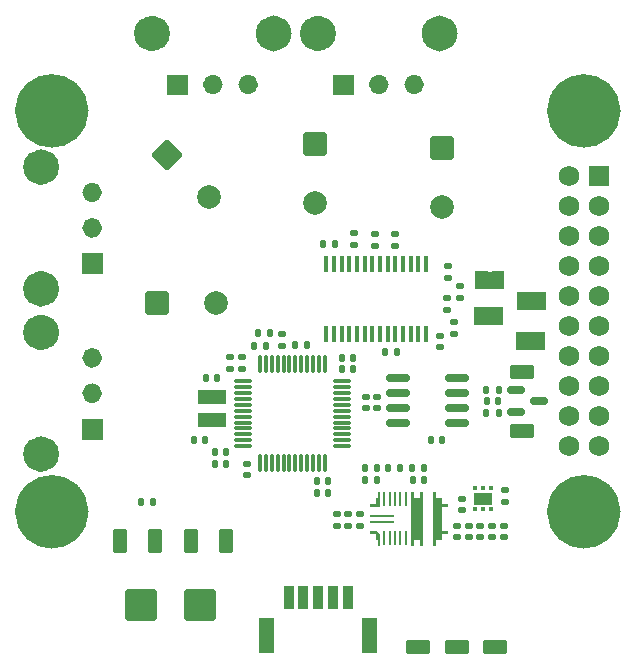
<source format=gbr>
%TF.GenerationSoftware,KiCad,Pcbnew,9.0.6*%
%TF.CreationDate,2026-03-01T21:50:26+00:00*%
%TF.ProjectId,KicadProject,4b696361-6450-4726-9f6a-6563742e6b69,rev?*%
%TF.SameCoordinates,Original*%
%TF.FileFunction,Soldermask,Top*%
%TF.FilePolarity,Negative*%
%FSLAX46Y46*%
G04 Gerber Fmt 4.6, Leading zero omitted, Abs format (unit mm)*
G04 Created by KiCad (PCBNEW 9.0.6) date 2026-03-01 21:50:26*
%MOMM*%
%LPD*%
G01*
G04 APERTURE LIST*
G04 Aperture macros list*
%AMRoundRect*
0 Rectangle with rounded corners*
0 $1 Rounding radius*
0 $2 $3 $4 $5 $6 $7 $8 $9 X,Y pos of 4 corners*
0 Add a 4 corners polygon primitive as box body*
4,1,4,$2,$3,$4,$5,$6,$7,$8,$9,$2,$3,0*
0 Add four circle primitives for the rounded corners*
1,1,$1+$1,$2,$3*
1,1,$1+$1,$4,$5*
1,1,$1+$1,$6,$7*
1,1,$1+$1,$8,$9*
0 Add four rect primitives between the rounded corners*
20,1,$1+$1,$2,$3,$4,$5,0*
20,1,$1+$1,$4,$5,$6,$7,0*
20,1,$1+$1,$6,$7,$8,$9,0*
20,1,$1+$1,$8,$9,$2,$3,0*%
%AMFreePoly0*
4,1,6,1.000000,0.000000,0.500000,-0.750000,-0.500000,-0.750000,-0.500000,0.750000,0.500000,0.750000,1.000000,0.000000,1.000000,0.000000,$1*%
%AMFreePoly1*
4,1,6,0.500000,-0.750000,-0.650000,-0.750000,-0.150000,0.000000,-0.650000,0.750000,0.500000,0.750000,0.500000,-0.750000,0.500000,-0.750000,$1*%
G04 Aperture macros list end*
%ADD10C,3.100000*%
%ADD11C,1.531200*%
%ADD12C,0.836200*%
%ADD13C,0.010000*%
%ADD14C,0.000000*%
%ADD15RoundRect,0.140000X0.140000X0.170000X-0.140000X0.170000X-0.140000X-0.170000X0.140000X-0.170000X0*%
%ADD16RoundRect,0.135000X0.135000X0.185000X-0.135000X0.185000X-0.135000X-0.185000X0.135000X-0.185000X0*%
%ADD17RoundRect,0.102000X-0.900000X-0.500000X0.900000X-0.500000X0.900000X0.500000X-0.900000X0.500000X0*%
%ADD18RoundRect,0.140000X-0.170000X0.140000X-0.170000X-0.140000X0.170000X-0.140000X0.170000X0.140000X0*%
%ADD19RoundRect,0.102000X-0.500000X0.900000X-0.500000X-0.900000X0.500000X-0.900000X0.500000X0.900000X0*%
%ADD20RoundRect,0.093750X-0.106250X0.093750X-0.106250X-0.093750X0.106250X-0.093750X0.106250X0.093750X0*%
%ADD21R,1.600000X1.000000*%
%ADD22RoundRect,0.135000X-0.135000X-0.185000X0.135000X-0.185000X0.135000X0.185000X-0.135000X0.185000X0*%
%ADD23RoundRect,0.140000X-0.140000X-0.170000X0.140000X-0.170000X0.140000X0.170000X-0.140000X0.170000X0*%
%ADD24RoundRect,0.250000X-0.750000X0.750000X-0.750000X-0.750000X0.750000X-0.750000X0.750000X0.750000X0*%
%ADD25C,2.000000*%
%ADD26R,0.355600X1.409700*%
%ADD27RoundRect,0.140000X0.170000X-0.140000X0.170000X0.140000X-0.170000X0.140000X-0.170000X-0.140000X0*%
%ADD28RoundRect,0.135000X0.185000X-0.135000X0.185000X0.135000X-0.185000X0.135000X-0.185000X-0.135000X0*%
%ADD29FreePoly0,180.000000*%
%ADD30FreePoly1,180.000000*%
%ADD31RoundRect,0.250000X-1.060660X0.000000X0.000000X-1.060660X1.060660X0.000000X0.000000X1.060660X0*%
%ADD32RoundRect,0.102000X-1.210650X-1.210650X1.210650X-1.210650X1.210650X1.210650X-1.210650X1.210650X0*%
%ADD33RoundRect,0.135000X-0.185000X0.135000X-0.185000X-0.135000X0.185000X-0.135000X0.185000X0.135000X0*%
%ADD34RoundRect,0.250000X-0.750000X-0.750000X0.750000X-0.750000X0.750000X0.750000X-0.750000X0.750000X0*%
%ADD35R,2.387600X1.295400*%
%ADD36R,0.127000X0.127000*%
%ADD37R,0.203200X1.295400*%
%ADD38R,2.057400X0.254000*%
%ADD39RoundRect,0.102000X0.762000X-0.762000X0.762000X0.762000X-0.762000X0.762000X-0.762000X-0.762000X0*%
%ADD40C,1.728000*%
%ADD41RoundRect,0.150000X-0.587500X-0.150000X0.587500X-0.150000X0.587500X0.150000X-0.587500X0.150000X0*%
%ADD42RoundRect,0.150000X-0.825000X-0.150000X0.825000X-0.150000X0.825000X0.150000X-0.825000X0.150000X0*%
%ADD43RoundRect,0.075000X-0.662500X-0.075000X0.662500X-0.075000X0.662500X0.075000X-0.662500X0.075000X0*%
%ADD44RoundRect,0.075000X-0.075000X-0.662500X0.075000X-0.662500X0.075000X0.662500X-0.075000X0.662500X0*%
G04 APERTURE END LIST*
D10*
X169268009Y-113307272D02*
G75*
G02*
X166168009Y-113307272I-1550000J0D01*
G01*
X166168009Y-113307272D02*
G75*
G02*
X169268009Y-113307272I1550000J0D01*
G01*
X169268009Y-79366146D02*
G75*
G02*
X166168009Y-79366146I-1550000J0D01*
G01*
X166168009Y-79366146D02*
G75*
G02*
X169268009Y-79366146I1550000J0D01*
G01*
X214310839Y-113307490D02*
G75*
G02*
X211210839Y-113307490I-1550000J0D01*
G01*
X211210839Y-113307490D02*
G75*
G02*
X214310839Y-113307490I1550000J0D01*
G01*
X214312651Y-113307272D02*
G75*
G02*
X211212651Y-113307272I-1550000J0D01*
G01*
X211212651Y-113307272D02*
G75*
G02*
X214312651Y-113307272I1550000J0D01*
G01*
X169266197Y-79366364D02*
G75*
G02*
X166166197Y-79366364I-1550000J0D01*
G01*
X166166197Y-79366364D02*
G75*
G02*
X169266197Y-79366364I1550000J0D01*
G01*
X169266197Y-113307490D02*
G75*
G02*
X166166197Y-113307490I-1550000J0D01*
G01*
X166166197Y-113307490D02*
G75*
G02*
X169266197Y-113307490I1550000J0D01*
G01*
X214312651Y-79366146D02*
G75*
G02*
X211212651Y-79366146I-1550000J0D01*
G01*
X211212651Y-79366146D02*
G75*
G02*
X214312651Y-79366146I1550000J0D01*
G01*
X214310839Y-79366364D02*
G75*
G02*
X211210839Y-79366364I-1550000J0D01*
G01*
X211210839Y-79366364D02*
G75*
G02*
X214310839Y-79366364I1550000J0D01*
G01*
D11*
%TO.C,J2*%
X167579850Y-84124941D02*
G75*
G02*
X166048650Y-84124941I-765600J0D01*
G01*
X166048650Y-84124941D02*
G75*
G02*
X167579850Y-84124941I765600J0D01*
G01*
X167579850Y-94424941D02*
G75*
G02*
X166048650Y-94424941I-765600J0D01*
G01*
X166048650Y-94424941D02*
G75*
G02*
X167579850Y-94424941I765600J0D01*
G01*
D12*
X171552350Y-86274941D02*
G75*
G02*
X170716150Y-86274941I-418100J0D01*
G01*
X170716150Y-86274941D02*
G75*
G02*
X171552350Y-86274941I418100J0D01*
G01*
X171552350Y-89274941D02*
G75*
G02*
X170716150Y-89274941I-418100J0D01*
G01*
X170716150Y-89274941D02*
G75*
G02*
X171552350Y-89274941I418100J0D01*
G01*
D13*
X171970450Y-93111141D02*
X170298050Y-93111141D01*
X170298050Y-91438741D01*
X171970450Y-91438741D01*
X171970450Y-93111141D01*
G36*
X171970450Y-93111141D02*
G01*
X170298050Y-93111141D01*
X170298050Y-91438741D01*
X171970450Y-91438741D01*
X171970450Y-93111141D01*
G37*
%TO.C,J1*%
X186455933Y-125176200D02*
X185303533Y-125176200D01*
X185303533Y-122323800D01*
X186455933Y-122323800D01*
X186455933Y-125176200D01*
G36*
X186455933Y-125176200D02*
G01*
X185303533Y-125176200D01*
X185303533Y-122323800D01*
X186455933Y-122323800D01*
X186455933Y-125176200D01*
G37*
X188105933Y-121476200D02*
X187353533Y-121476200D01*
X187353533Y-119623800D01*
X188105933Y-119623800D01*
X188105933Y-121476200D01*
G36*
X188105933Y-121476200D02*
G01*
X187353533Y-121476200D01*
X187353533Y-119623800D01*
X188105933Y-119623800D01*
X188105933Y-121476200D01*
G37*
X189355933Y-121476200D02*
X188603533Y-121476200D01*
X188603533Y-119623800D01*
X189355933Y-119623800D01*
X189355933Y-121476200D01*
G36*
X189355933Y-121476200D02*
G01*
X188603533Y-121476200D01*
X188603533Y-119623800D01*
X189355933Y-119623800D01*
X189355933Y-121476200D01*
G37*
X190605933Y-121476200D02*
X189853533Y-121476200D01*
X189853533Y-119623800D01*
X190605933Y-119623800D01*
X190605933Y-121476200D01*
G36*
X190605933Y-121476200D02*
G01*
X189853533Y-121476200D01*
X189853533Y-119623800D01*
X190605933Y-119623800D01*
X190605933Y-121476200D01*
G37*
X191855933Y-121476200D02*
X191103533Y-121476200D01*
X191103533Y-119623800D01*
X191855933Y-119623800D01*
X191855933Y-121476200D01*
G36*
X191855933Y-121476200D02*
G01*
X191103533Y-121476200D01*
X191103533Y-119623800D01*
X191855933Y-119623800D01*
X191855933Y-121476200D01*
G37*
X193105933Y-121476200D02*
X192353533Y-121476200D01*
X192353533Y-119623800D01*
X193105933Y-119623800D01*
X193105933Y-121476200D01*
G36*
X193105933Y-121476200D02*
G01*
X192353533Y-121476200D01*
X192353533Y-119623800D01*
X193105933Y-119623800D01*
X193105933Y-121476200D01*
G37*
X195155933Y-125176200D02*
X194003533Y-125176200D01*
X194003533Y-122323800D01*
X195155933Y-122323800D01*
X195155933Y-125176200D01*
G36*
X195155933Y-125176200D02*
G01*
X194003533Y-125176200D01*
X194003533Y-122323800D01*
X195155933Y-122323800D01*
X195155933Y-125176200D01*
G37*
%TO.C,JP2*%
G36*
X209552001Y-96237930D02*
G01*
X207102001Y-96237930D01*
X207102001Y-94737930D01*
X209552001Y-94737930D01*
X209552001Y-96237930D01*
G37*
%TO.C,JP1*%
G36*
X205984801Y-94474854D02*
G01*
X203534801Y-94474854D01*
X203534801Y-92974854D01*
X205984801Y-92974854D01*
X205984801Y-94474854D01*
G37*
%TO.C,JP4*%
G36*
X209471022Y-99574159D02*
G01*
X207021022Y-99574159D01*
X207021022Y-98074159D01*
X209471022Y-98074159D01*
X209471022Y-99574159D01*
G37*
D11*
%TO.C,J3*%
X167579850Y-98124941D02*
G75*
G02*
X166048650Y-98124941I-765600J0D01*
G01*
X166048650Y-98124941D02*
G75*
G02*
X167579850Y-98124941I765600J0D01*
G01*
X167579850Y-108424941D02*
G75*
G02*
X166048650Y-108424941I-765600J0D01*
G01*
X166048650Y-108424941D02*
G75*
G02*
X167579850Y-108424941I765600J0D01*
G01*
D12*
X171552350Y-100274941D02*
G75*
G02*
X170716150Y-100274941I-418100J0D01*
G01*
X170716150Y-100274941D02*
G75*
G02*
X171552350Y-100274941I418100J0D01*
G01*
X171552350Y-103274941D02*
G75*
G02*
X170716150Y-103274941I-418100J0D01*
G01*
X170716150Y-103274941D02*
G75*
G02*
X171552350Y-103274941I418100J0D01*
G01*
D13*
X171970450Y-107111141D02*
X170298050Y-107111141D01*
X170298050Y-105438741D01*
X171970450Y-105438741D01*
X171970450Y-107111141D01*
G36*
X171970450Y-107111141D02*
G01*
X170298050Y-107111141D01*
X170298050Y-105438741D01*
X171970450Y-105438741D01*
X171970450Y-107111141D01*
G37*
D14*
%TO.C,U3*%
G36*
X195522692Y-111613094D02*
G01*
X195522692Y-112908494D01*
X194671093Y-112912793D01*
X194671093Y-112658793D01*
X195179093Y-112658793D01*
X195171093Y-112113093D01*
X195321093Y-112113093D01*
X195321093Y-111613093D01*
X195522692Y-111613094D01*
G37*
G36*
X195245492Y-114913092D02*
G01*
X195522692Y-115163092D01*
X195522692Y-116208492D01*
X195319492Y-116208492D01*
X195319492Y-115708492D01*
X195171492Y-115708492D01*
X195179093Y-115162793D01*
X194671093Y-115162793D01*
X194671093Y-114908793D01*
X195245492Y-114913092D01*
G37*
G36*
X198372694Y-112113094D02*
G01*
X198919493Y-112113094D01*
X198919493Y-111613094D01*
X199122693Y-111613094D01*
X199122693Y-116208492D01*
X198919493Y-116208492D01*
X198919493Y-115708492D01*
X198372694Y-115708492D01*
X198372694Y-116208492D01*
X198169494Y-116208492D01*
X198169494Y-111613094D01*
X198372694Y-111613094D01*
X198372694Y-112113094D01*
G37*
G36*
X200222694Y-112113094D02*
G01*
X200762694Y-112113094D01*
X200763093Y-112658793D01*
X201271093Y-112658793D01*
X201271093Y-112912793D01*
X200763093Y-112912793D01*
X200763093Y-114908793D01*
X201271093Y-114908793D01*
X201271093Y-115162793D01*
X200763093Y-115162793D01*
X200762694Y-115708492D01*
X200222694Y-115708492D01*
X200222694Y-116208492D01*
X200019494Y-116208492D01*
X200019494Y-111613094D01*
X200222694Y-111613094D01*
X200222694Y-112113094D01*
G37*
D11*
%TO.C,J4*%
X191015600Y-72814250D02*
G75*
G02*
X189484400Y-72814250I-765600J0D01*
G01*
X189484400Y-72814250D02*
G75*
G02*
X191015600Y-72814250I765600J0D01*
G01*
D12*
X195818100Y-77134250D02*
G75*
G02*
X194981900Y-77134250I-418100J0D01*
G01*
X194981900Y-77134250D02*
G75*
G02*
X195818100Y-77134250I418100J0D01*
G01*
X198818100Y-77134250D02*
G75*
G02*
X197981900Y-77134250I-418100J0D01*
G01*
X197981900Y-77134250D02*
G75*
G02*
X198818100Y-77134250I418100J0D01*
G01*
D11*
X201315600Y-72814250D02*
G75*
G02*
X199784400Y-72814250I-765600J0D01*
G01*
X199784400Y-72814250D02*
G75*
G02*
X201315600Y-72814250I765600J0D01*
G01*
D13*
X193236200Y-77970450D02*
X191563800Y-77970450D01*
X191563800Y-76298050D01*
X193236200Y-76298050D01*
X193236200Y-77970450D01*
G36*
X193236200Y-77970450D02*
G01*
X191563800Y-77970450D01*
X191563800Y-76298050D01*
X193236200Y-76298050D01*
X193236200Y-77970450D01*
G37*
D11*
%TO.C,J6*%
X176965600Y-72814250D02*
G75*
G02*
X175434400Y-72814250I-765600J0D01*
G01*
X175434400Y-72814250D02*
G75*
G02*
X176965600Y-72814250I765600J0D01*
G01*
D12*
X181768100Y-77134250D02*
G75*
G02*
X180931900Y-77134250I-418100J0D01*
G01*
X180931900Y-77134250D02*
G75*
G02*
X181768100Y-77134250I418100J0D01*
G01*
X184768100Y-77134250D02*
G75*
G02*
X183931900Y-77134250I-418100J0D01*
G01*
X183931900Y-77134250D02*
G75*
G02*
X184768100Y-77134250I418100J0D01*
G01*
D11*
X187265600Y-72814250D02*
G75*
G02*
X185734400Y-72814250I-765600J0D01*
G01*
X185734400Y-72814250D02*
G75*
G02*
X187265600Y-72814250I765600J0D01*
G01*
D13*
X179186200Y-77970450D02*
X177513800Y-77970450D01*
X177513800Y-76298050D01*
X179186200Y-76298050D01*
X179186200Y-77970450D01*
G36*
X179186200Y-77970450D02*
G01*
X177513800Y-77970450D01*
X177513800Y-76298050D01*
X179186200Y-76298050D01*
X179186200Y-77970450D01*
G37*
%TO.C,JP3*%
G36*
X205950000Y-97500000D02*
G01*
X203500000Y-97500000D01*
X203500000Y-96000000D01*
X205950000Y-96000000D01*
X205950000Y-97500000D01*
G37*
%TD*%
D15*
%TO.C,C13*%
X182480000Y-109297500D03*
X181520000Y-109297500D03*
%TD*%
D16*
%TO.C,R4*%
X205542696Y-102968684D03*
X204522696Y-102968684D03*
%TD*%
D17*
%TO.C,5VL*%
X205250000Y-124750000D03*
%TD*%
D18*
%TO.C,C33*%
X206064019Y-111484288D03*
X206064019Y-112444288D03*
%TD*%
D19*
%TO.C,PWM1*%
X182500000Y-115750000D03*
%TD*%
D20*
%TO.C,U5*%
X204889905Y-111299333D03*
X204239905Y-111299333D03*
X203589905Y-111299333D03*
X203589905Y-113074333D03*
X204239905Y-113074333D03*
X204889905Y-113074333D03*
D21*
X204239905Y-112186833D03*
%TD*%
D17*
%TO.C,3V3*%
X202000000Y-124750000D03*
%TD*%
D22*
%TO.C,R7*%
X185191980Y-98198232D03*
X186211980Y-98198232D03*
%TD*%
D23*
%TO.C,C14*%
X192250000Y-100250000D03*
X193210000Y-100250000D03*
%TD*%
D15*
%TO.C,C11*%
X191126509Y-111714676D03*
X190166509Y-111714676D03*
%TD*%
D18*
%TO.C,C26*%
X205032569Y-114504288D03*
X205032569Y-115464288D03*
%TD*%
D15*
%TO.C,C28*%
X180730000Y-107250000D03*
X179770000Y-107250000D03*
%TD*%
D24*
%TO.C,C16*%
X190000000Y-82132323D03*
D25*
X190000000Y-87132323D03*
%TD*%
D22*
%TO.C,R15*%
X196168262Y-109601533D03*
X197188262Y-109601533D03*
%TD*%
D15*
%TO.C,C9*%
X191121918Y-110706897D03*
X190161918Y-110706897D03*
%TD*%
D26*
%TO.C,U2*%
X199399999Y-92344500D03*
X198749998Y-92344500D03*
X198099999Y-92344500D03*
X197449998Y-92344500D03*
X196800000Y-92344500D03*
X196149998Y-92344500D03*
X195500000Y-92344500D03*
X194850001Y-92344500D03*
X194200000Y-92344500D03*
X193550001Y-92344500D03*
X192900000Y-92344500D03*
X192250001Y-92344500D03*
X191600000Y-92344500D03*
X190950001Y-92344500D03*
X190949999Y-98250000D03*
X191600000Y-98250000D03*
X192249999Y-98250000D03*
X192900000Y-98250000D03*
X193549998Y-98250000D03*
X194200000Y-98250000D03*
X194849998Y-98250000D03*
X195500000Y-98250000D03*
X196149998Y-98250000D03*
X196800000Y-98250000D03*
X197449998Y-98250000D03*
X198099999Y-98250000D03*
X198749998Y-98250000D03*
X199399999Y-98250000D03*
%TD*%
D18*
%TO.C,C24*%
X206032569Y-114493384D03*
X206032569Y-115453384D03*
%TD*%
D27*
%TO.C,C17*%
X200547130Y-99395611D03*
X200547130Y-98435611D03*
%TD*%
%TO.C,C3*%
X194282161Y-104523567D03*
X194282161Y-103563567D03*
%TD*%
D15*
%TO.C,C2*%
X199226497Y-110610754D03*
X198266497Y-110610754D03*
%TD*%
D18*
%TO.C,C29*%
X203994352Y-114501783D03*
X203994352Y-115461783D03*
%TD*%
D28*
%TO.C,R12*%
X201142543Y-96245617D03*
X201142543Y-95225617D03*
%TD*%
D29*
%TO.C,JP2*%
X209052001Y-95487930D03*
D30*
X207602001Y-95487930D03*
%TD*%
D15*
%TO.C,C12*%
X182456495Y-108287019D03*
X181496495Y-108287019D03*
%TD*%
D22*
%TO.C,R6*%
X190679802Y-90665130D03*
X191699802Y-90665130D03*
%TD*%
D29*
%TO.C,JP1*%
X205484801Y-93724854D03*
D30*
X204034801Y-93724854D03*
%TD*%
D31*
%TO.C,C18*%
X177482233Y-83091386D03*
D25*
X181017767Y-86626920D03*
%TD*%
D32*
%TO.C,J7*%
X175273500Y-121238650D03*
X180273500Y-121238650D03*
%TD*%
D27*
%TO.C,C4*%
X195278833Y-104523448D03*
X195278833Y-103563448D03*
%TD*%
D29*
%TO.C,JP4*%
X208971022Y-98824159D03*
D30*
X207521022Y-98824159D03*
%TD*%
D23*
%TO.C,C15*%
X192250000Y-101250000D03*
X193210000Y-101250000D03*
%TD*%
D15*
%TO.C,C27*%
X181710000Y-102000000D03*
X180750000Y-102000000D03*
%TD*%
D17*
%TO.C,C+*%
X207500000Y-101472278D03*
%TD*%
D19*
%TO.C,PWM4*%
X173500000Y-115750000D03*
%TD*%
D24*
%TO.C,C19*%
X200750000Y-82500000D03*
D25*
X200750000Y-87500000D03*
%TD*%
D16*
%TO.C,R11*%
X196982249Y-99797250D03*
X195962249Y-99797250D03*
%TD*%
D28*
%TO.C,R9*%
X201250000Y-93520000D03*
X201250000Y-92500000D03*
%TD*%
D33*
%TO.C,R2*%
X195123854Y-89752136D03*
X195123854Y-90772136D03*
%TD*%
D27*
%TO.C,C23*%
X192823047Y-114484288D03*
X192823047Y-113524288D03*
%TD*%
D34*
%TO.C,C20*%
X176632323Y-95667505D03*
D25*
X181632323Y-95667505D03*
%TD*%
D28*
%TO.C,R10*%
X202250000Y-95177437D03*
X202250000Y-94157437D03*
%TD*%
D18*
%TO.C,C21*%
X184250000Y-109250000D03*
X184250000Y-110210000D03*
%TD*%
D15*
%TO.C,C1*%
X200750000Y-107250000D03*
X199790000Y-107250000D03*
%TD*%
D35*
%TO.C,XTAL1*%
X181250000Y-103595000D03*
X181250000Y-105500000D03*
%TD*%
D19*
%TO.C,PWM2*%
X179500000Y-115750000D03*
%TD*%
D17*
%TO.C,GND*%
X198750000Y-124750000D03*
%TD*%
%TO.C,C-*%
X207500000Y-106500000D03*
%TD*%
D33*
%TO.C,R3*%
X193303407Y-89727863D03*
X193303407Y-90747863D03*
%TD*%
D27*
%TO.C,C8*%
X183844444Y-101189411D03*
X183844444Y-100229411D03*
%TD*%
D19*
%TO.C,PWM3*%
X176500000Y-115750000D03*
%TD*%
D16*
%TO.C,R8*%
X189305756Y-99203465D03*
X188285756Y-99203465D03*
%TD*%
D33*
%TO.C,R1*%
X196750000Y-89782194D03*
X196750000Y-90802194D03*
%TD*%
D28*
%TO.C,R13*%
X201750000Y-98260000D03*
X201750000Y-97240000D03*
%TD*%
D27*
%TO.C,C22*%
X191856287Y-114484288D03*
X191856287Y-113524288D03*
%TD*%
%TO.C,C7*%
X182825300Y-101202461D03*
X182825300Y-100242461D03*
%TD*%
D15*
%TO.C,C25*%
X195211769Y-109606184D03*
X194251769Y-109606184D03*
%TD*%
D36*
%TO.C,U3*%
X195421092Y-115560792D03*
D37*
X195871093Y-115560792D03*
X196321092Y-115560792D03*
X196771094Y-115560792D03*
X197221093Y-115560792D03*
X197671092Y-115560792D03*
D36*
X198271094Y-115560792D03*
X199021093Y-115560792D03*
X200121094Y-115560792D03*
X201017093Y-115035793D03*
X201017093Y-112785793D03*
X200121094Y-112260794D03*
X199021093Y-112260794D03*
X198271094Y-112260794D03*
D37*
X197671092Y-112260794D03*
X197221093Y-112260794D03*
X196771094Y-112260794D03*
X196321092Y-112260794D03*
X195871093Y-112260794D03*
D36*
X195421092Y-112260794D03*
X194925093Y-112785793D03*
D38*
X195700093Y-113635792D03*
X195700093Y-114185794D03*
D36*
X194925093Y-115035793D03*
%TD*%
D18*
%TO.C,C30*%
X203032569Y-114504288D03*
X203032569Y-115464288D03*
%TD*%
D16*
%TO.C,R17*%
X195258166Y-110629950D03*
X194238166Y-110629950D03*
%TD*%
D22*
%TO.C,R5*%
X204522696Y-104968684D03*
X205542696Y-104968684D03*
%TD*%
D39*
%TO.C,J5*%
X214030839Y-84906927D03*
D40*
X211490839Y-84906927D03*
X214030839Y-87446927D03*
X211490839Y-87446927D03*
X214030839Y-89986927D03*
X211490839Y-89986927D03*
X214030839Y-92526927D03*
X211490839Y-92526927D03*
X214030839Y-95066927D03*
X211490839Y-95066927D03*
X214030839Y-97606927D03*
X211490839Y-97606927D03*
X214030839Y-100146927D03*
X211490839Y-100146927D03*
X214030839Y-102686927D03*
X211490839Y-102686927D03*
X214030839Y-105226927D03*
X211490839Y-105226927D03*
X214030839Y-107766927D03*
X211490839Y-107766927D03*
%TD*%
D41*
%TO.C,D1*%
X207062500Y-103001764D03*
X207062500Y-104901764D03*
X208937500Y-103951764D03*
%TD*%
D42*
%TO.C,U1*%
X197050000Y-102017795D03*
X197050000Y-103287795D03*
X197050000Y-104557795D03*
X197050000Y-105827795D03*
X202000000Y-105827795D03*
X202000000Y-104557795D03*
X202000000Y-103287795D03*
X202000000Y-102017795D03*
%TD*%
D23*
%TO.C,C6*%
X204552696Y-103968684D03*
X205512696Y-103968684D03*
%TD*%
%TO.C,C10*%
X184880396Y-99310820D03*
X185840396Y-99310820D03*
%TD*%
D27*
%TO.C,C5*%
X193807171Y-114472497D03*
X193807171Y-113512497D03*
%TD*%
D28*
%TO.C,R14*%
X187250000Y-99250000D03*
X187250000Y-98230000D03*
%TD*%
D18*
%TO.C,C32*%
X202477933Y-112189161D03*
X202477933Y-113149161D03*
%TD*%
D43*
%TO.C,U4*%
X183925000Y-102250000D03*
X183925000Y-102750000D03*
X183925000Y-103250000D03*
X183925000Y-103750000D03*
X183925000Y-104250000D03*
X183925000Y-104750000D03*
X183925000Y-105250000D03*
X183925000Y-105750000D03*
X183925000Y-106250000D03*
X183925000Y-106750000D03*
X183925000Y-107250000D03*
X183925000Y-107750000D03*
D44*
X185337500Y-109162500D03*
X185837500Y-109162500D03*
X186337500Y-109162500D03*
X186837500Y-109162500D03*
X187337500Y-109162500D03*
X187837500Y-109162500D03*
X188337500Y-109162500D03*
X188837500Y-109162500D03*
X189337500Y-109162500D03*
X189837500Y-109162500D03*
X190337500Y-109162500D03*
X190837500Y-109162500D03*
D43*
X192250000Y-107750000D03*
X192250000Y-107250000D03*
X192250000Y-106750000D03*
X192250000Y-106250000D03*
X192250000Y-105750000D03*
X192250000Y-105250000D03*
X192250000Y-104750000D03*
X192250000Y-104250000D03*
X192250000Y-103750000D03*
X192250000Y-103250000D03*
X192250000Y-102750000D03*
X192250000Y-102250000D03*
D44*
X190837500Y-100837500D03*
X190337500Y-100837500D03*
X189837500Y-100837500D03*
X189337500Y-100837500D03*
X188837500Y-100837500D03*
X188337500Y-100837500D03*
X187837500Y-100837500D03*
X187337500Y-100837500D03*
X186837500Y-100837500D03*
X186337500Y-100837500D03*
X185837500Y-100837500D03*
X185337500Y-100837500D03*
%TD*%
D18*
%TO.C,C31*%
X202032569Y-114504288D03*
X202032569Y-115464288D03*
%TD*%
D22*
%TO.C,R16*%
X198212742Y-109592710D03*
X199232742Y-109592710D03*
%TD*%
D16*
%TO.C,R18*%
X176260000Y-112500000D03*
X175240000Y-112500000D03*
%TD*%
D29*
%TO.C,JP3*%
X205450000Y-96750000D03*
D30*
X204000000Y-96750000D03*
%TD*%
M02*

</source>
